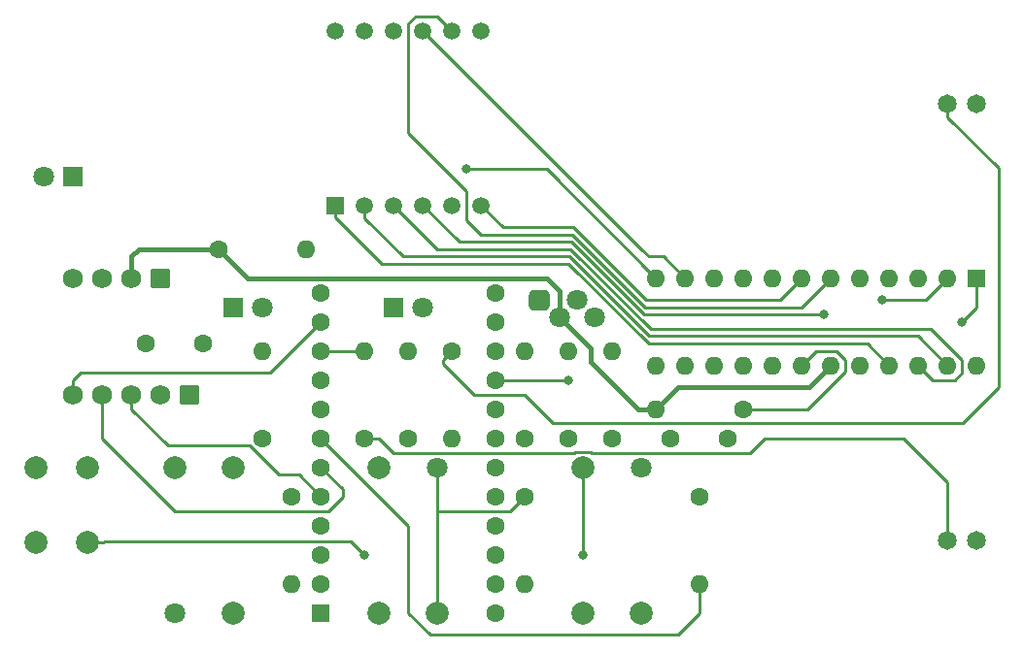
<source format=gbr>
%TF.GenerationSoftware,KiCad,Pcbnew,5.0.2-bee76a0~70~ubuntu18.04.1*%
%TF.CreationDate,2019-11-29T21:58:12+01:00*%
%TF.ProjectId,Robot-HMI,526f626f-742d-4484-9d49-2e6b69636164,rev?*%
%TF.SameCoordinates,Original*%
%TF.FileFunction,Copper,L1,Top*%
%TF.FilePolarity,Positive*%
%FSLAX46Y46*%
G04 Gerber Fmt 4.6, Leading zero omitted, Abs format (unit mm)*
G04 Created by KiCad (PCBNEW 5.0.2-bee76a0~70~ubuntu18.04.1) date ven. 29 nov. 2019 21:58:12 CET*
%MOMM*%
%LPD*%
G01*
G04 APERTURE LIST*
%ADD10C,1.500000*%
%ADD11R,1.500000X1.500000*%
%ADD12O,1.600000X1.600000*%
%ADD13R,1.600000X1.600000*%
%ADD14C,1.650000*%
%ADD15C,1.600000*%
%ADD16C,1.800000*%
%ADD17R,1.800000X1.800000*%
%ADD18C,1.740000*%
%ADD19C,0.150000*%
%ADD20C,2.000000*%
%ADD21C,0.800000*%
%ADD22C,0.254000*%
%ADD23C,0.400000*%
G04 APERTURE END LIST*
D10*
X76200000Y-53340000D03*
X78740000Y-53340000D03*
X81280000Y-53340000D03*
X83820000Y-53340000D03*
X86360000Y-53340000D03*
X88900000Y-53340000D03*
X88900000Y-68580000D03*
X86360000Y-68580000D03*
X83820000Y-68580000D03*
X81280000Y-68580000D03*
X78740000Y-68580000D03*
D11*
X76200000Y-68580000D03*
D12*
X132080000Y-82550000D03*
X104140000Y-74930000D03*
X129540000Y-82550000D03*
X106680000Y-74930000D03*
X127000000Y-82550000D03*
X109220000Y-74930000D03*
X124460000Y-82550000D03*
X111760000Y-74930000D03*
X121920000Y-82550000D03*
X114300000Y-74930000D03*
X119380000Y-82550000D03*
X116840000Y-74930000D03*
X116840000Y-82550000D03*
X119380000Y-74930000D03*
X114300000Y-82550000D03*
X121920000Y-74930000D03*
X111760000Y-82550000D03*
X124460000Y-74930000D03*
X109220000Y-82550000D03*
X127000000Y-74930000D03*
X106680000Y-82550000D03*
X129540000Y-74930000D03*
X104140000Y-82550000D03*
D13*
X132080000Y-74930000D03*
D14*
X129540000Y-97790000D03*
X132080000Y-97790000D03*
D15*
X90170000Y-104140000D03*
X90170000Y-101600000D03*
X90170000Y-99060000D03*
X90170000Y-96520000D03*
X90170000Y-93980000D03*
X90170000Y-91440000D03*
X90170000Y-88900000D03*
X90170000Y-86360000D03*
X90170000Y-83820000D03*
X90170000Y-81280000D03*
X90170000Y-78740000D03*
X90170000Y-76200000D03*
X74930000Y-76200000D03*
X74930000Y-78740000D03*
X74930000Y-81280000D03*
X74930000Y-83820000D03*
X74930000Y-86360000D03*
X74930000Y-88900000D03*
X74930000Y-91440000D03*
X74930000Y-93980000D03*
X74930000Y-96520000D03*
X74930000Y-99060000D03*
X74930000Y-101600000D03*
D13*
X74930000Y-104140000D03*
D16*
X50800000Y-66040000D03*
D17*
X53340000Y-66040000D03*
D16*
X69850000Y-77470000D03*
D17*
X67310000Y-77470000D03*
D16*
X83820000Y-77470000D03*
D17*
X81280000Y-77470000D03*
D18*
X53340000Y-85090000D03*
X55880000Y-85090000D03*
X58420000Y-85090000D03*
X60960000Y-85090000D03*
D19*
G36*
X64144505Y-84221204D02*
X64168773Y-84224804D01*
X64192572Y-84230765D01*
X64215671Y-84239030D01*
X64237850Y-84249520D01*
X64258893Y-84262132D01*
X64278599Y-84276747D01*
X64296777Y-84293223D01*
X64313253Y-84311401D01*
X64327868Y-84331107D01*
X64340480Y-84352150D01*
X64350970Y-84374329D01*
X64359235Y-84397428D01*
X64365196Y-84421227D01*
X64368796Y-84445495D01*
X64370000Y-84469999D01*
X64370000Y-85710001D01*
X64368796Y-85734505D01*
X64365196Y-85758773D01*
X64359235Y-85782572D01*
X64350970Y-85805671D01*
X64340480Y-85827850D01*
X64327868Y-85848893D01*
X64313253Y-85868599D01*
X64296777Y-85886777D01*
X64278599Y-85903253D01*
X64258893Y-85917868D01*
X64237850Y-85930480D01*
X64215671Y-85940970D01*
X64192572Y-85949235D01*
X64168773Y-85955196D01*
X64144505Y-85958796D01*
X64120001Y-85960000D01*
X62879999Y-85960000D01*
X62855495Y-85958796D01*
X62831227Y-85955196D01*
X62807428Y-85949235D01*
X62784329Y-85940970D01*
X62762150Y-85930480D01*
X62741107Y-85917868D01*
X62721401Y-85903253D01*
X62703223Y-85886777D01*
X62686747Y-85868599D01*
X62672132Y-85848893D01*
X62659520Y-85827850D01*
X62649030Y-85805671D01*
X62640765Y-85782572D01*
X62634804Y-85758773D01*
X62631204Y-85734505D01*
X62630000Y-85710001D01*
X62630000Y-84469999D01*
X62631204Y-84445495D01*
X62634804Y-84421227D01*
X62640765Y-84397428D01*
X62649030Y-84374329D01*
X62659520Y-84352150D01*
X62672132Y-84331107D01*
X62686747Y-84311401D01*
X62703223Y-84293223D01*
X62721401Y-84276747D01*
X62741107Y-84262132D01*
X62762150Y-84249520D01*
X62784329Y-84239030D01*
X62807428Y-84230765D01*
X62831227Y-84224804D01*
X62855495Y-84221204D01*
X62879999Y-84220000D01*
X64120001Y-84220000D01*
X64144505Y-84221204D01*
X64144505Y-84221204D01*
G37*
D18*
X63500000Y-85090000D03*
X53340000Y-74930000D03*
X55880000Y-74930000D03*
X58420000Y-74930000D03*
D19*
G36*
X61604505Y-74061204D02*
X61628773Y-74064804D01*
X61652572Y-74070765D01*
X61675671Y-74079030D01*
X61697850Y-74089520D01*
X61718893Y-74102132D01*
X61738599Y-74116747D01*
X61756777Y-74133223D01*
X61773253Y-74151401D01*
X61787868Y-74171107D01*
X61800480Y-74192150D01*
X61810970Y-74214329D01*
X61819235Y-74237428D01*
X61825196Y-74261227D01*
X61828796Y-74285495D01*
X61830000Y-74309999D01*
X61830000Y-75550001D01*
X61828796Y-75574505D01*
X61825196Y-75598773D01*
X61819235Y-75622572D01*
X61810970Y-75645671D01*
X61800480Y-75667850D01*
X61787868Y-75688893D01*
X61773253Y-75708599D01*
X61756777Y-75726777D01*
X61738599Y-75743253D01*
X61718893Y-75757868D01*
X61697850Y-75770480D01*
X61675671Y-75780970D01*
X61652572Y-75789235D01*
X61628773Y-75795196D01*
X61604505Y-75798796D01*
X61580001Y-75800000D01*
X60339999Y-75800000D01*
X60315495Y-75798796D01*
X60291227Y-75795196D01*
X60267428Y-75789235D01*
X60244329Y-75780970D01*
X60222150Y-75770480D01*
X60201107Y-75757868D01*
X60181401Y-75743253D01*
X60163223Y-75726777D01*
X60146747Y-75708599D01*
X60132132Y-75688893D01*
X60119520Y-75667850D01*
X60109030Y-75645671D01*
X60100765Y-75622572D01*
X60094804Y-75598773D01*
X60091204Y-75574505D01*
X60090000Y-75550001D01*
X60090000Y-74309999D01*
X60091204Y-74285495D01*
X60094804Y-74261227D01*
X60100765Y-74237428D01*
X60109030Y-74214329D01*
X60119520Y-74192150D01*
X60132132Y-74171107D01*
X60146747Y-74151401D01*
X60163223Y-74133223D01*
X60181401Y-74116747D01*
X60201107Y-74102132D01*
X60222150Y-74089520D01*
X60244329Y-74079030D01*
X60267428Y-74070765D01*
X60291227Y-74064804D01*
X60315495Y-74061204D01*
X60339999Y-74060000D01*
X61580001Y-74060000D01*
X61604505Y-74061204D01*
X61604505Y-74061204D01*
G37*
D18*
X60960000Y-74930000D03*
D12*
X72390000Y-101600000D03*
D15*
X72390000Y-93980000D03*
D12*
X73660000Y-72390000D03*
D15*
X66040000Y-72390000D03*
D12*
X92710000Y-101600000D03*
D15*
X92710000Y-93980000D03*
D12*
X69850000Y-81280000D03*
D15*
X69850000Y-88900000D03*
D12*
X107950000Y-101600000D03*
D15*
X107950000Y-93980000D03*
D12*
X82550000Y-81280000D03*
D15*
X82550000Y-88900000D03*
D12*
X104140000Y-86360000D03*
D15*
X111760000Y-86360000D03*
D12*
X86360000Y-88900000D03*
D15*
X86360000Y-81280000D03*
D12*
X92710000Y-81280000D03*
D15*
X92710000Y-88900000D03*
D12*
X96520000Y-81280000D03*
D15*
X96520000Y-88900000D03*
D12*
X100330000Y-81280000D03*
D15*
X100330000Y-88900000D03*
D14*
X132080000Y-59690000D03*
X129540000Y-59690000D03*
D20*
X67310000Y-91440000D03*
X62230000Y-91440000D03*
D16*
X62230000Y-104140000D03*
D20*
X67310000Y-104140000D03*
X80010000Y-104140000D03*
X85090000Y-104140000D03*
D16*
X85090000Y-91440000D03*
D20*
X80010000Y-91440000D03*
X97790000Y-104140000D03*
X102870000Y-104140000D03*
D16*
X102870000Y-91440000D03*
D20*
X97790000Y-91440000D03*
X50110000Y-91440000D03*
X54610000Y-91440000D03*
X50110000Y-97940000D03*
X54610000Y-97940000D03*
D15*
X59690000Y-80645000D03*
X64690000Y-80645000D03*
D16*
X98806000Y-78359000D03*
X97282000Y-76835000D03*
X95758000Y-78359000D03*
D19*
G36*
X94474108Y-75937167D02*
X94517791Y-75943647D01*
X94560628Y-75954377D01*
X94602208Y-75969254D01*
X94642129Y-75988135D01*
X94680007Y-76010839D01*
X94715477Y-76037145D01*
X94748198Y-76066802D01*
X94777855Y-76099523D01*
X94804161Y-76134993D01*
X94826865Y-76172871D01*
X94845746Y-76212792D01*
X94860623Y-76254372D01*
X94871353Y-76297209D01*
X94877833Y-76340892D01*
X94880000Y-76385000D01*
X94880000Y-77285000D01*
X94877833Y-77329108D01*
X94871353Y-77372791D01*
X94860623Y-77415628D01*
X94845746Y-77457208D01*
X94826865Y-77497129D01*
X94804161Y-77535007D01*
X94777855Y-77570477D01*
X94748198Y-77603198D01*
X94715477Y-77632855D01*
X94680007Y-77659161D01*
X94642129Y-77681865D01*
X94602208Y-77700746D01*
X94560628Y-77715623D01*
X94517791Y-77726353D01*
X94474108Y-77732833D01*
X94430000Y-77735000D01*
X93530000Y-77735000D01*
X93485892Y-77732833D01*
X93442209Y-77726353D01*
X93399372Y-77715623D01*
X93357792Y-77700746D01*
X93317871Y-77681865D01*
X93279993Y-77659161D01*
X93244523Y-77632855D01*
X93211802Y-77603198D01*
X93182145Y-77570477D01*
X93155839Y-77535007D01*
X93133135Y-77497129D01*
X93114254Y-77457208D01*
X93099377Y-77415628D01*
X93088647Y-77372791D01*
X93082167Y-77329108D01*
X93080000Y-77285000D01*
X93080000Y-76385000D01*
X93082167Y-76340892D01*
X93088647Y-76297209D01*
X93099377Y-76254372D01*
X93114254Y-76212792D01*
X93133135Y-76172871D01*
X93155839Y-76134993D01*
X93182145Y-76099523D01*
X93211802Y-76066802D01*
X93244523Y-76037145D01*
X93279993Y-76010839D01*
X93317871Y-75988135D01*
X93357792Y-75969254D01*
X93399372Y-75954377D01*
X93442209Y-75943647D01*
X93485892Y-75937167D01*
X93530000Y-75935000D01*
X94430000Y-75935000D01*
X94474108Y-75937167D01*
X94474108Y-75937167D01*
G37*
D16*
X93980000Y-76835000D03*
D15*
X78740000Y-88900000D03*
D12*
X78740000Y-81280000D03*
D15*
X105410000Y-88900000D03*
X110410000Y-88900000D03*
D21*
X97790000Y-99060000D03*
X78740000Y-99060000D03*
X118745000Y-78105000D03*
X123825000Y-76835000D03*
X87630000Y-65405000D03*
X130810000Y-78740000D03*
X96520000Y-83820000D03*
D22*
X97790000Y-99060000D02*
X97790000Y-91440000D01*
X107950000Y-101600000D02*
X107950000Y-104140000D01*
X107950000Y-104140000D02*
X106045000Y-106045000D01*
X82550000Y-104140000D02*
X84455000Y-106045000D01*
X82550000Y-96520000D02*
X82550000Y-104140000D01*
X74930000Y-88900000D02*
X82550000Y-96520000D01*
X106045000Y-106045000D02*
X84455000Y-106045000D01*
D23*
X119380000Y-82550000D02*
X117475000Y-84455000D01*
X106045000Y-84455000D02*
X104140000Y-86360000D01*
X117475000Y-84455000D02*
X106045000Y-84455000D01*
X58420000Y-74930000D02*
X58420000Y-73025000D01*
X59055000Y-72390000D02*
X66040000Y-72390000D01*
X58420000Y-73025000D02*
X59055000Y-72390000D01*
X102599670Y-86360000D02*
X103008630Y-86360000D01*
X103008630Y-86360000D02*
X104140000Y-86360000D01*
X98425000Y-82185330D02*
X102599670Y-86360000D01*
X98425000Y-81026000D02*
X98425000Y-81280000D01*
X95758000Y-78359000D02*
X98425000Y-81026000D01*
X98425000Y-81280000D02*
X98425000Y-82185330D01*
X68580000Y-74930000D02*
X66040000Y-72390000D01*
X94615000Y-74930000D02*
X68580000Y-74930000D01*
X95758000Y-78359000D02*
X95758000Y-76073000D01*
X95758000Y-76073000D02*
X94615000Y-74930000D01*
D22*
X78740000Y-81280000D02*
X74930000Y-81280000D01*
X53340000Y-85090000D02*
X53340000Y-83820000D01*
X53340000Y-83820000D02*
X53975000Y-83185000D01*
X74930000Y-78740000D02*
X74130001Y-79539999D01*
X74130001Y-79539999D02*
X70485000Y-83185000D01*
X53975000Y-83185000D02*
X70485000Y-83185000D01*
X77558999Y-97878999D02*
X78340001Y-98660001D01*
X78340001Y-98660001D02*
X78740000Y-99060000D01*
X56085214Y-97878999D02*
X77558999Y-97878999D01*
X56024213Y-97940000D02*
X56085214Y-97878999D01*
X54610000Y-97940000D02*
X56024213Y-97940000D01*
X91440000Y-95250000D02*
X85090000Y-95250000D01*
X92710000Y-93980000D02*
X91440000Y-95250000D01*
X85090000Y-104140000D02*
X85090000Y-95250000D01*
X85090000Y-95250000D02*
X85090000Y-91440000D01*
X85560001Y-82079999D02*
X85560001Y-82385001D01*
X86360000Y-81280000D02*
X85560001Y-82079999D01*
X85560001Y-82385001D02*
X88265000Y-85090000D01*
X88265000Y-85090000D02*
X92710000Y-85090000D01*
X92710000Y-85090000D02*
X95161001Y-87541001D01*
X129540000Y-60856726D02*
X133985000Y-65301726D01*
X129540000Y-59690000D02*
X129540000Y-60856726D01*
X133985000Y-65301726D02*
X133985000Y-84455000D01*
X130898999Y-87541001D02*
X95161001Y-87541001D01*
X133985000Y-84455000D02*
X130898999Y-87541001D01*
X122555000Y-80645000D02*
X124460000Y-82550000D01*
X103505000Y-80645000D02*
X122555000Y-80645000D01*
X96520000Y-73660000D02*
X103505000Y-80645000D01*
X80276000Y-73660000D02*
X96520000Y-73660000D01*
X76200000Y-68580000D02*
X76200000Y-69584000D01*
X76200000Y-69584000D02*
X80276000Y-73660000D01*
X126958283Y-79968283D02*
X129540000Y-82550000D01*
X103546717Y-79968283D02*
X126958283Y-79968283D01*
X96603434Y-73025000D02*
X103546717Y-79968283D01*
X82124340Y-73025000D02*
X96603434Y-73025000D01*
X78740000Y-68580000D02*
X78740000Y-69640660D01*
X78740000Y-69640660D02*
X82124340Y-73025000D01*
X96686868Y-72390000D02*
X85090000Y-72390000D01*
X103671868Y-79375000D02*
X96686868Y-72390000D01*
X128270000Y-83820000D02*
X130175000Y-83820000D01*
X127000000Y-82550000D02*
X128270000Y-83820000D01*
X130175000Y-83820000D02*
X130810000Y-83185000D01*
X130810000Y-83185000D02*
X130810000Y-82072118D01*
X85090000Y-72390000D02*
X81280000Y-68580000D01*
X130810000Y-82072118D02*
X128112882Y-79375000D01*
X128112882Y-79375000D02*
X103671868Y-79375000D01*
X86995000Y-71755000D02*
X96770302Y-71755000D01*
X83820000Y-68580000D02*
X86995000Y-71755000D01*
X96770302Y-71755000D02*
X103120302Y-78105000D01*
X103120302Y-78105000D02*
X118745000Y-78105000D01*
X114935000Y-76835000D02*
X116840000Y-74930000D01*
X103287170Y-76835000D02*
X114935000Y-76835000D01*
X96937170Y-70485000D02*
X103287170Y-76835000D01*
X88900000Y-68580000D02*
X90805000Y-70485000D01*
X90805000Y-70485000D02*
X96937170Y-70485000D01*
X86360000Y-53340000D02*
X85610001Y-52590001D01*
X85610001Y-52590001D02*
X85090000Y-52070000D01*
X82550000Y-55245000D02*
X82550000Y-52705000D01*
X82550000Y-52705000D02*
X83185000Y-52070000D01*
X83185000Y-52070000D02*
X85090000Y-52070000D01*
X82550000Y-55245000D02*
X82550000Y-62230000D01*
X82550000Y-62230000D02*
X87630000Y-67310000D01*
X87630000Y-67310000D02*
X87630000Y-69850000D01*
X87630000Y-69850000D02*
X88900000Y-71120000D01*
X88900000Y-71120000D02*
X93345000Y-71120000D01*
X96853736Y-71120000D02*
X103203736Y-77470000D01*
X93345000Y-71120000D02*
X96853736Y-71120000D01*
X118580001Y-75729999D02*
X116840000Y-77470000D01*
X119380000Y-74930000D02*
X118580001Y-75729999D01*
X103203736Y-77470000D02*
X116840000Y-77470000D01*
X83820000Y-53340000D02*
X102870000Y-72390000D01*
X104775000Y-73025000D02*
X106680000Y-74930000D01*
X104775000Y-73025000D02*
X103505000Y-73025000D01*
X103505000Y-73025000D02*
X102870000Y-72390000D01*
X127635000Y-76835000D02*
X129540000Y-74930000D01*
X123825000Y-76835000D02*
X127635000Y-76835000D01*
X94615000Y-65405000D02*
X104140000Y-74930000D01*
X87630000Y-65405000D02*
X94615000Y-65405000D01*
X132080000Y-77470000D02*
X130810000Y-78740000D01*
X132080000Y-74930000D02*
X132080000Y-77470000D01*
X90170000Y-83820000D02*
X96520000Y-83820000D01*
X58420000Y-86320365D02*
X61634635Y-89535000D01*
X58420000Y-85090000D02*
X58420000Y-86320365D01*
X68737118Y-89535000D02*
X71277118Y-92075000D01*
X61634635Y-89535000D02*
X68737118Y-89535000D01*
X73025000Y-92075000D02*
X74930000Y-93980000D01*
X71277118Y-92075000D02*
X73025000Y-92075000D01*
X55880000Y-85090000D02*
X55880000Y-88900000D01*
X55880000Y-88900000D02*
X62230000Y-95250000D01*
X62230000Y-95250000D02*
X75565000Y-95250000D01*
X75565000Y-95250000D02*
X76835000Y-93980000D01*
X76835000Y-93345000D02*
X74930000Y-91440000D01*
X76835000Y-93980000D02*
X76835000Y-93345000D01*
X112891370Y-86360000D02*
X111760000Y-86360000D01*
X118110000Y-81280000D02*
X119857882Y-81280000D01*
X116840000Y-82550000D02*
X118110000Y-81280000D01*
X119857882Y-81280000D02*
X120650000Y-82072118D01*
X120650000Y-82072118D02*
X120650000Y-83027882D01*
X120650000Y-83027882D02*
X117317882Y-86360000D01*
X117317882Y-86360000D02*
X112891370Y-86360000D01*
X129540000Y-97790000D02*
X129540000Y-92710000D01*
X129540000Y-92710000D02*
X125730000Y-88900000D01*
X113619750Y-88900000D02*
X112349750Y-90170000D01*
X125730000Y-88900000D02*
X113619750Y-88900000D01*
X79236370Y-88900000D02*
X78105000Y-88900000D01*
X97127119Y-90058999D02*
X97027119Y-90158999D01*
X98452881Y-90058999D02*
X97127119Y-90058999D01*
X98552881Y-90158999D02*
X98452881Y-90058999D01*
X112338749Y-90158999D02*
X98552881Y-90158999D01*
X112349750Y-90170000D02*
X112338749Y-90158999D01*
X97027119Y-90158999D02*
X81280000Y-90158999D01*
X80021001Y-88900000D02*
X81280000Y-90158999D01*
X78740000Y-88900000D02*
X80021001Y-88900000D01*
M02*

</source>
